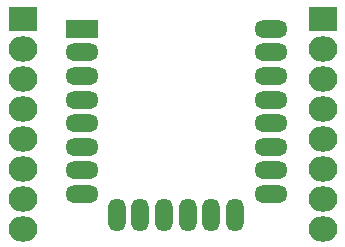
<source format=gbr>
G04 #@! TF.FileFunction,Soldermask,Top*
%FSLAX46Y46*%
G04 Gerber Fmt 4.6, Leading zero omitted, Abs format (unit mm)*
G04 Created by KiCad (PCBNEW 4.0.2-stable) date Tuesday, July 26, 2016 'PMt' 11:39:25 PM*
%MOMM*%
G01*
G04 APERTURE LIST*
%ADD10C,0.100000*%
%ADD11O,1.500000X2.800000*%
%ADD12R,2.800000X1.500000*%
%ADD13O,2.800000X1.500000*%
%ADD14R,2.432000X2.127200*%
%ADD15O,2.432000X2.127200*%
G04 APERTURE END LIST*
D10*
D11*
X150221100Y-120753600D03*
X152221100Y-120753600D03*
X154221100Y-120753600D03*
X156221100Y-120753600D03*
X158221100Y-120753600D03*
X160221100Y-120753600D03*
D12*
X147231100Y-105003600D03*
D13*
X147231100Y-107003600D03*
X147231100Y-109003600D03*
X147231100Y-111003600D03*
X147231100Y-113003600D03*
X147231100Y-115003600D03*
X147231100Y-117003600D03*
X147231100Y-119003600D03*
X163231100Y-119003600D03*
X163231100Y-117003600D03*
X163231100Y-115003600D03*
X163231100Y-113003600D03*
X163231100Y-111003600D03*
X163231100Y-109003600D03*
X163231100Y-107003600D03*
X163231100Y-105003600D03*
D14*
X142240000Y-104140000D03*
D15*
X142240000Y-106680000D03*
X142240000Y-109220000D03*
X142240000Y-111760000D03*
X142240000Y-114300000D03*
X142240000Y-116840000D03*
X142240000Y-119380000D03*
X142240000Y-121920000D03*
D14*
X167640000Y-104140000D03*
D15*
X167640000Y-106680000D03*
X167640000Y-109220000D03*
X167640000Y-111760000D03*
X167640000Y-114300000D03*
X167640000Y-116840000D03*
X167640000Y-119380000D03*
X167640000Y-121920000D03*
M02*

</source>
